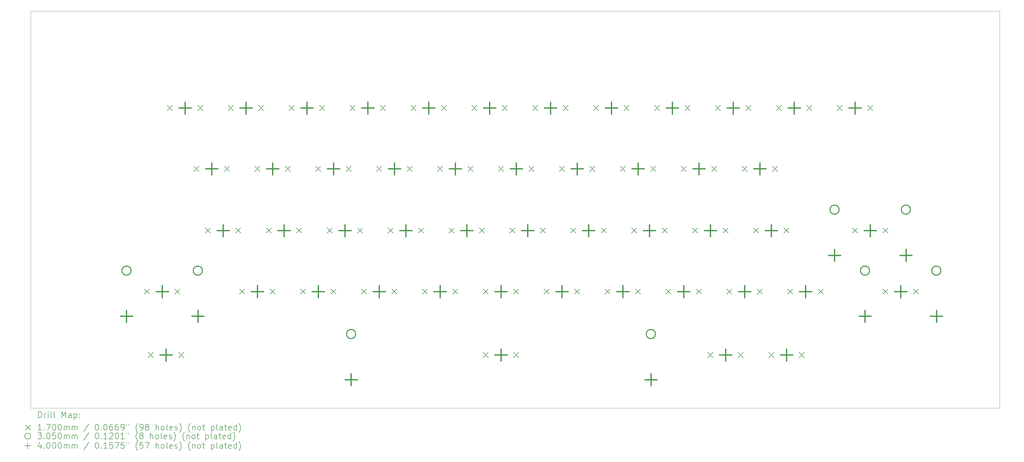
<source format=gbr>
%FSLAX45Y45*%
G04 Gerber Fmt 4.5, Leading zero omitted, Abs format (unit mm)*
G04 Created by KiCad (PCBNEW (6.0.1)) date 2022-07-30 17:19:56*
%MOMM*%
%LPD*%
G01*
G04 APERTURE LIST*
%TA.AperFunction,Profile*%
%ADD10C,0.100000*%
%TD*%
%ADD11C,0.200000*%
%ADD12C,0.170000*%
%ADD13C,0.305000*%
%ADD14C,0.400000*%
G04 APERTURE END LIST*
D10*
X4381500Y-9334500D02*
X36703000Y-9334500D01*
X36703000Y-9334500D02*
X36703000Y-22606000D01*
X36703000Y-22606000D02*
X4381500Y-22606000D01*
X4381500Y-22606000D02*
X4381500Y-9334500D01*
D11*
D12*
X8170000Y-18623000D02*
X8340000Y-18793000D01*
X8340000Y-18623000D02*
X8170000Y-18793000D01*
X8297000Y-20743000D02*
X8467000Y-20913000D01*
X8467000Y-20743000D02*
X8297000Y-20913000D01*
X8932000Y-12488000D02*
X9102000Y-12658000D01*
X9102000Y-12488000D02*
X8932000Y-12658000D01*
X9186000Y-18623000D02*
X9356000Y-18793000D01*
X9356000Y-18623000D02*
X9186000Y-18793000D01*
X9313000Y-20743000D02*
X9483000Y-20913000D01*
X9483000Y-20743000D02*
X9313000Y-20913000D01*
X9821000Y-14520000D02*
X9991000Y-14690000D01*
X9991000Y-14520000D02*
X9821000Y-14690000D01*
X9948000Y-12488000D02*
X10118000Y-12658000D01*
X10118000Y-12488000D02*
X9948000Y-12658000D01*
X10202000Y-16584000D02*
X10372000Y-16754000D01*
X10372000Y-16584000D02*
X10202000Y-16754000D01*
X10837000Y-14520000D02*
X11007000Y-14690000D01*
X11007000Y-14520000D02*
X10837000Y-14690000D01*
X10964000Y-12488000D02*
X11134000Y-12658000D01*
X11134000Y-12488000D02*
X10964000Y-12658000D01*
X11218000Y-16584000D02*
X11388000Y-16754000D01*
X11388000Y-16584000D02*
X11218000Y-16754000D01*
X11345000Y-18623000D02*
X11515000Y-18793000D01*
X11515000Y-18623000D02*
X11345000Y-18793000D01*
X11853000Y-14520000D02*
X12023000Y-14690000D01*
X12023000Y-14520000D02*
X11853000Y-14690000D01*
X11980000Y-12488000D02*
X12150000Y-12658000D01*
X12150000Y-12488000D02*
X11980000Y-12658000D01*
X12234000Y-16584000D02*
X12404000Y-16754000D01*
X12404000Y-16584000D02*
X12234000Y-16754000D01*
X12361000Y-18623000D02*
X12531000Y-18793000D01*
X12531000Y-18623000D02*
X12361000Y-18793000D01*
X12869000Y-14520000D02*
X13039000Y-14690000D01*
X13039000Y-14520000D02*
X12869000Y-14690000D01*
X12996000Y-12488000D02*
X13166000Y-12658000D01*
X13166000Y-12488000D02*
X12996000Y-12658000D01*
X13250000Y-16584000D02*
X13420000Y-16754000D01*
X13420000Y-16584000D02*
X13250000Y-16754000D01*
X13377000Y-18623000D02*
X13547000Y-18793000D01*
X13547000Y-18623000D02*
X13377000Y-18793000D01*
X13885000Y-14520000D02*
X14055000Y-14690000D01*
X14055000Y-14520000D02*
X13885000Y-14690000D01*
X14012000Y-12488000D02*
X14182000Y-12658000D01*
X14182000Y-12488000D02*
X14012000Y-12658000D01*
X14266000Y-16584000D02*
X14436000Y-16754000D01*
X14436000Y-16584000D02*
X14266000Y-16754000D01*
X14393000Y-18623000D02*
X14563000Y-18793000D01*
X14563000Y-18623000D02*
X14393000Y-18793000D01*
X14901000Y-14520000D02*
X15071000Y-14690000D01*
X15071000Y-14520000D02*
X14901000Y-14690000D01*
X15028000Y-12488000D02*
X15198000Y-12658000D01*
X15198000Y-12488000D02*
X15028000Y-12658000D01*
X15282000Y-16584000D02*
X15452000Y-16754000D01*
X15452000Y-16584000D02*
X15282000Y-16754000D01*
X15409000Y-18623000D02*
X15579000Y-18793000D01*
X15579000Y-18623000D02*
X15409000Y-18793000D01*
X15917000Y-14520000D02*
X16087000Y-14690000D01*
X16087000Y-14520000D02*
X15917000Y-14690000D01*
X16044000Y-12488000D02*
X16214000Y-12658000D01*
X16214000Y-12488000D02*
X16044000Y-12658000D01*
X16298000Y-16584000D02*
X16468000Y-16754000D01*
X16468000Y-16584000D02*
X16298000Y-16754000D01*
X16425000Y-18623000D02*
X16595000Y-18793000D01*
X16595000Y-18623000D02*
X16425000Y-18793000D01*
X16933000Y-14520000D02*
X17103000Y-14690000D01*
X17103000Y-14520000D02*
X16933000Y-14690000D01*
X17060000Y-12488000D02*
X17230000Y-12658000D01*
X17230000Y-12488000D02*
X17060000Y-12658000D01*
X17314000Y-16584000D02*
X17484000Y-16754000D01*
X17484000Y-16584000D02*
X17314000Y-16754000D01*
X17441000Y-18623000D02*
X17611000Y-18793000D01*
X17611000Y-18623000D02*
X17441000Y-18793000D01*
X17949000Y-14520000D02*
X18119000Y-14690000D01*
X18119000Y-14520000D02*
X17949000Y-14690000D01*
X18076000Y-12488000D02*
X18246000Y-12658000D01*
X18246000Y-12488000D02*
X18076000Y-12658000D01*
X18330000Y-16584000D02*
X18500000Y-16754000D01*
X18500000Y-16584000D02*
X18330000Y-16754000D01*
X18457000Y-18623000D02*
X18627000Y-18793000D01*
X18627000Y-18623000D02*
X18457000Y-18793000D01*
X18965000Y-14520000D02*
X19135000Y-14690000D01*
X19135000Y-14520000D02*
X18965000Y-14690000D01*
X19092000Y-12488000D02*
X19262000Y-12658000D01*
X19262000Y-12488000D02*
X19092000Y-12658000D01*
X19346000Y-16584000D02*
X19516000Y-16754000D01*
X19516000Y-16584000D02*
X19346000Y-16754000D01*
X19473000Y-18623000D02*
X19643000Y-18793000D01*
X19643000Y-18623000D02*
X19473000Y-18793000D01*
X19473000Y-20743000D02*
X19643000Y-20913000D01*
X19643000Y-20743000D02*
X19473000Y-20913000D01*
X19981000Y-14520000D02*
X20151000Y-14690000D01*
X20151000Y-14520000D02*
X19981000Y-14690000D01*
X20108000Y-12488000D02*
X20278000Y-12658000D01*
X20278000Y-12488000D02*
X20108000Y-12658000D01*
X20362000Y-16584000D02*
X20532000Y-16754000D01*
X20532000Y-16584000D02*
X20362000Y-16754000D01*
X20489000Y-18623000D02*
X20659000Y-18793000D01*
X20659000Y-18623000D02*
X20489000Y-18793000D01*
X20489000Y-20743000D02*
X20659000Y-20913000D01*
X20659000Y-20743000D02*
X20489000Y-20913000D01*
X20997000Y-14520000D02*
X21167000Y-14690000D01*
X21167000Y-14520000D02*
X20997000Y-14690000D01*
X21124000Y-12488000D02*
X21294000Y-12658000D01*
X21294000Y-12488000D02*
X21124000Y-12658000D01*
X21378000Y-16584000D02*
X21548000Y-16754000D01*
X21548000Y-16584000D02*
X21378000Y-16754000D01*
X21505000Y-18623000D02*
X21675000Y-18793000D01*
X21675000Y-18623000D02*
X21505000Y-18793000D01*
X22013000Y-14520000D02*
X22183000Y-14690000D01*
X22183000Y-14520000D02*
X22013000Y-14690000D01*
X22140000Y-12488000D02*
X22310000Y-12658000D01*
X22310000Y-12488000D02*
X22140000Y-12658000D01*
X22394000Y-16584000D02*
X22564000Y-16754000D01*
X22564000Y-16584000D02*
X22394000Y-16754000D01*
X22521000Y-18623000D02*
X22691000Y-18793000D01*
X22691000Y-18623000D02*
X22521000Y-18793000D01*
X23029000Y-14520000D02*
X23199000Y-14690000D01*
X23199000Y-14520000D02*
X23029000Y-14690000D01*
X23156000Y-12488000D02*
X23326000Y-12658000D01*
X23326000Y-12488000D02*
X23156000Y-12658000D01*
X23410000Y-16584000D02*
X23580000Y-16754000D01*
X23580000Y-16584000D02*
X23410000Y-16754000D01*
X23537000Y-18623000D02*
X23707000Y-18793000D01*
X23707000Y-18623000D02*
X23537000Y-18793000D01*
X24045000Y-14520000D02*
X24215000Y-14690000D01*
X24215000Y-14520000D02*
X24045000Y-14690000D01*
X24172000Y-12488000D02*
X24342000Y-12658000D01*
X24342000Y-12488000D02*
X24172000Y-12658000D01*
X24426000Y-16584000D02*
X24596000Y-16754000D01*
X24596000Y-16584000D02*
X24426000Y-16754000D01*
X24553000Y-18623000D02*
X24723000Y-18793000D01*
X24723000Y-18623000D02*
X24553000Y-18793000D01*
X25061000Y-14520000D02*
X25231000Y-14690000D01*
X25231000Y-14520000D02*
X25061000Y-14690000D01*
X25188000Y-12488000D02*
X25358000Y-12658000D01*
X25358000Y-12488000D02*
X25188000Y-12658000D01*
X25442000Y-16584000D02*
X25612000Y-16754000D01*
X25612000Y-16584000D02*
X25442000Y-16754000D01*
X25569000Y-18623000D02*
X25739000Y-18793000D01*
X25739000Y-18623000D02*
X25569000Y-18793000D01*
X26077000Y-14520000D02*
X26247000Y-14690000D01*
X26247000Y-14520000D02*
X26077000Y-14690000D01*
X26204000Y-12488000D02*
X26374000Y-12658000D01*
X26374000Y-12488000D02*
X26204000Y-12658000D01*
X26458000Y-16584000D02*
X26628000Y-16754000D01*
X26628000Y-16584000D02*
X26458000Y-16754000D01*
X26585000Y-18623000D02*
X26755000Y-18793000D01*
X26755000Y-18623000D02*
X26585000Y-18793000D01*
X26966000Y-20743000D02*
X27136000Y-20913000D01*
X27136000Y-20743000D02*
X26966000Y-20913000D01*
X27093000Y-14520000D02*
X27263000Y-14690000D01*
X27263000Y-14520000D02*
X27093000Y-14690000D01*
X27220000Y-12488000D02*
X27390000Y-12658000D01*
X27390000Y-12488000D02*
X27220000Y-12658000D01*
X27474000Y-16584000D02*
X27644000Y-16754000D01*
X27644000Y-16584000D02*
X27474000Y-16754000D01*
X27601000Y-18623000D02*
X27771000Y-18793000D01*
X27771000Y-18623000D02*
X27601000Y-18793000D01*
X27982000Y-20743000D02*
X28152000Y-20913000D01*
X28152000Y-20743000D02*
X27982000Y-20913000D01*
X28109000Y-14520000D02*
X28279000Y-14690000D01*
X28279000Y-14520000D02*
X28109000Y-14690000D01*
X28236000Y-12488000D02*
X28406000Y-12658000D01*
X28406000Y-12488000D02*
X28236000Y-12658000D01*
X28490000Y-16584000D02*
X28660000Y-16754000D01*
X28660000Y-16584000D02*
X28490000Y-16754000D01*
X28617000Y-18623000D02*
X28787000Y-18793000D01*
X28787000Y-18623000D02*
X28617000Y-18793000D01*
X28998000Y-20743000D02*
X29168000Y-20913000D01*
X29168000Y-20743000D02*
X28998000Y-20913000D01*
X29125000Y-14520000D02*
X29295000Y-14690000D01*
X29295000Y-14520000D02*
X29125000Y-14690000D01*
X29252000Y-12488000D02*
X29422000Y-12658000D01*
X29422000Y-12488000D02*
X29252000Y-12658000D01*
X29506000Y-16584000D02*
X29676000Y-16754000D01*
X29676000Y-16584000D02*
X29506000Y-16754000D01*
X29633000Y-18623000D02*
X29803000Y-18793000D01*
X29803000Y-18623000D02*
X29633000Y-18793000D01*
X30014000Y-20743000D02*
X30184000Y-20913000D01*
X30184000Y-20743000D02*
X30014000Y-20913000D01*
X30268000Y-12488000D02*
X30438000Y-12658000D01*
X30438000Y-12488000D02*
X30268000Y-12658000D01*
X30649000Y-18623000D02*
X30819000Y-18793000D01*
X30819000Y-18623000D02*
X30649000Y-18793000D01*
X31284000Y-12488000D02*
X31454000Y-12658000D01*
X31454000Y-12488000D02*
X31284000Y-12658000D01*
X31792000Y-16584000D02*
X31962000Y-16754000D01*
X31962000Y-16584000D02*
X31792000Y-16754000D01*
X32300000Y-12488000D02*
X32470000Y-12658000D01*
X32470000Y-12488000D02*
X32300000Y-12658000D01*
X32808000Y-16584000D02*
X32978000Y-16754000D01*
X32978000Y-16584000D02*
X32808000Y-16754000D01*
X32808000Y-18623000D02*
X32978000Y-18793000D01*
X32978000Y-18623000D02*
X32808000Y-18793000D01*
X33824000Y-18623000D02*
X33994000Y-18793000D01*
X33994000Y-18623000D02*
X33824000Y-18793000D01*
D13*
X7725500Y-18008000D02*
G75*
G03*
X7725500Y-18008000I-152500J0D01*
G01*
X10105500Y-18008000D02*
G75*
G03*
X10105500Y-18008000I-152500J0D01*
G01*
X15218500Y-20128000D02*
G75*
G03*
X15218500Y-20128000I-152500J0D01*
G01*
X25218500Y-20128000D02*
G75*
G03*
X25218500Y-20128000I-152500J0D01*
G01*
X31347500Y-15969000D02*
G75*
G03*
X31347500Y-15969000I-152500J0D01*
G01*
X32363500Y-18008000D02*
G75*
G03*
X32363500Y-18008000I-152500J0D01*
G01*
X33727500Y-15969000D02*
G75*
G03*
X33727500Y-15969000I-152500J0D01*
G01*
X34743500Y-18008000D02*
G75*
G03*
X34743500Y-18008000I-152500J0D01*
G01*
D14*
X7573000Y-19332000D02*
X7573000Y-19732000D01*
X7373000Y-19532000D02*
X7773000Y-19532000D01*
X8763000Y-18508000D02*
X8763000Y-18908000D01*
X8563000Y-18708000D02*
X8963000Y-18708000D01*
X8890000Y-20628000D02*
X8890000Y-21028000D01*
X8690000Y-20828000D02*
X9090000Y-20828000D01*
X9525000Y-12373000D02*
X9525000Y-12773000D01*
X9325000Y-12573000D02*
X9725000Y-12573000D01*
X9953000Y-19332000D02*
X9953000Y-19732000D01*
X9753000Y-19532000D02*
X10153000Y-19532000D01*
X10414000Y-14405000D02*
X10414000Y-14805000D01*
X10214000Y-14605000D02*
X10614000Y-14605000D01*
X10795000Y-16469000D02*
X10795000Y-16869000D01*
X10595000Y-16669000D02*
X10995000Y-16669000D01*
X11557000Y-12373000D02*
X11557000Y-12773000D01*
X11357000Y-12573000D02*
X11757000Y-12573000D01*
X11938000Y-18508000D02*
X11938000Y-18908000D01*
X11738000Y-18708000D02*
X12138000Y-18708000D01*
X12446000Y-14405000D02*
X12446000Y-14805000D01*
X12246000Y-14605000D02*
X12646000Y-14605000D01*
X12827000Y-16469000D02*
X12827000Y-16869000D01*
X12627000Y-16669000D02*
X13027000Y-16669000D01*
X13589000Y-12373000D02*
X13589000Y-12773000D01*
X13389000Y-12573000D02*
X13789000Y-12573000D01*
X13970000Y-18508000D02*
X13970000Y-18908000D01*
X13770000Y-18708000D02*
X14170000Y-18708000D01*
X14478000Y-14405000D02*
X14478000Y-14805000D01*
X14278000Y-14605000D02*
X14678000Y-14605000D01*
X14859000Y-16469000D02*
X14859000Y-16869000D01*
X14659000Y-16669000D02*
X15059000Y-16669000D01*
X15066000Y-21452000D02*
X15066000Y-21852000D01*
X14866000Y-21652000D02*
X15266000Y-21652000D01*
X15621000Y-12373000D02*
X15621000Y-12773000D01*
X15421000Y-12573000D02*
X15821000Y-12573000D01*
X16002000Y-18508000D02*
X16002000Y-18908000D01*
X15802000Y-18708000D02*
X16202000Y-18708000D01*
X16510000Y-14405000D02*
X16510000Y-14805000D01*
X16310000Y-14605000D02*
X16710000Y-14605000D01*
X16891000Y-16469000D02*
X16891000Y-16869000D01*
X16691000Y-16669000D02*
X17091000Y-16669000D01*
X17653000Y-12373000D02*
X17653000Y-12773000D01*
X17453000Y-12573000D02*
X17853000Y-12573000D01*
X18034000Y-18508000D02*
X18034000Y-18908000D01*
X17834000Y-18708000D02*
X18234000Y-18708000D01*
X18542000Y-14405000D02*
X18542000Y-14805000D01*
X18342000Y-14605000D02*
X18742000Y-14605000D01*
X18923000Y-16469000D02*
X18923000Y-16869000D01*
X18723000Y-16669000D02*
X19123000Y-16669000D01*
X19685000Y-12373000D02*
X19685000Y-12773000D01*
X19485000Y-12573000D02*
X19885000Y-12573000D01*
X20066000Y-18508000D02*
X20066000Y-18908000D01*
X19866000Y-18708000D02*
X20266000Y-18708000D01*
X20066000Y-20628000D02*
X20066000Y-21028000D01*
X19866000Y-20828000D02*
X20266000Y-20828000D01*
X20574000Y-14405000D02*
X20574000Y-14805000D01*
X20374000Y-14605000D02*
X20774000Y-14605000D01*
X20955000Y-16469000D02*
X20955000Y-16869000D01*
X20755000Y-16669000D02*
X21155000Y-16669000D01*
X21717000Y-12373000D02*
X21717000Y-12773000D01*
X21517000Y-12573000D02*
X21917000Y-12573000D01*
X22098000Y-18508000D02*
X22098000Y-18908000D01*
X21898000Y-18708000D02*
X22298000Y-18708000D01*
X22606000Y-14405000D02*
X22606000Y-14805000D01*
X22406000Y-14605000D02*
X22806000Y-14605000D01*
X22987000Y-16469000D02*
X22987000Y-16869000D01*
X22787000Y-16669000D02*
X23187000Y-16669000D01*
X23749000Y-12373000D02*
X23749000Y-12773000D01*
X23549000Y-12573000D02*
X23949000Y-12573000D01*
X24130000Y-18508000D02*
X24130000Y-18908000D01*
X23930000Y-18708000D02*
X24330000Y-18708000D01*
X24638000Y-14405000D02*
X24638000Y-14805000D01*
X24438000Y-14605000D02*
X24838000Y-14605000D01*
X25019000Y-16469000D02*
X25019000Y-16869000D01*
X24819000Y-16669000D02*
X25219000Y-16669000D01*
X25066000Y-21452000D02*
X25066000Y-21852000D01*
X24866000Y-21652000D02*
X25266000Y-21652000D01*
X25781000Y-12373000D02*
X25781000Y-12773000D01*
X25581000Y-12573000D02*
X25981000Y-12573000D01*
X26162000Y-18508000D02*
X26162000Y-18908000D01*
X25962000Y-18708000D02*
X26362000Y-18708000D01*
X26670000Y-14405000D02*
X26670000Y-14805000D01*
X26470000Y-14605000D02*
X26870000Y-14605000D01*
X27051000Y-16469000D02*
X27051000Y-16869000D01*
X26851000Y-16669000D02*
X27251000Y-16669000D01*
X27559000Y-20628000D02*
X27559000Y-21028000D01*
X27359000Y-20828000D02*
X27759000Y-20828000D01*
X27813000Y-12373000D02*
X27813000Y-12773000D01*
X27613000Y-12573000D02*
X28013000Y-12573000D01*
X28194000Y-18508000D02*
X28194000Y-18908000D01*
X27994000Y-18708000D02*
X28394000Y-18708000D01*
X28702000Y-14405000D02*
X28702000Y-14805000D01*
X28502000Y-14605000D02*
X28902000Y-14605000D01*
X29083000Y-16469000D02*
X29083000Y-16869000D01*
X28883000Y-16669000D02*
X29283000Y-16669000D01*
X29591000Y-20628000D02*
X29591000Y-21028000D01*
X29391000Y-20828000D02*
X29791000Y-20828000D01*
X29845000Y-12373000D02*
X29845000Y-12773000D01*
X29645000Y-12573000D02*
X30045000Y-12573000D01*
X30226000Y-18508000D02*
X30226000Y-18908000D01*
X30026000Y-18708000D02*
X30426000Y-18708000D01*
X31195000Y-17293000D02*
X31195000Y-17693000D01*
X30995000Y-17493000D02*
X31395000Y-17493000D01*
X31877000Y-12373000D02*
X31877000Y-12773000D01*
X31677000Y-12573000D02*
X32077000Y-12573000D01*
X32211000Y-19332000D02*
X32211000Y-19732000D01*
X32011000Y-19532000D02*
X32411000Y-19532000D01*
X32385000Y-16469000D02*
X32385000Y-16869000D01*
X32185000Y-16669000D02*
X32585000Y-16669000D01*
X33401000Y-18508000D02*
X33401000Y-18908000D01*
X33201000Y-18708000D02*
X33601000Y-18708000D01*
X33575000Y-17293000D02*
X33575000Y-17693000D01*
X33375000Y-17493000D02*
X33775000Y-17493000D01*
X34591000Y-19332000D02*
X34591000Y-19732000D01*
X34391000Y-19532000D02*
X34791000Y-19532000D01*
D11*
X4634119Y-22921476D02*
X4634119Y-22721476D01*
X4681738Y-22721476D01*
X4710310Y-22731000D01*
X4729357Y-22750048D01*
X4738881Y-22769095D01*
X4748405Y-22807190D01*
X4748405Y-22835762D01*
X4738881Y-22873857D01*
X4729357Y-22892905D01*
X4710310Y-22911952D01*
X4681738Y-22921476D01*
X4634119Y-22921476D01*
X4834119Y-22921476D02*
X4834119Y-22788143D01*
X4834119Y-22826238D02*
X4843643Y-22807190D01*
X4853167Y-22797667D01*
X4872214Y-22788143D01*
X4891262Y-22788143D01*
X4957929Y-22921476D02*
X4957929Y-22788143D01*
X4957929Y-22721476D02*
X4948405Y-22731000D01*
X4957929Y-22740524D01*
X4967452Y-22731000D01*
X4957929Y-22721476D01*
X4957929Y-22740524D01*
X5081738Y-22921476D02*
X5062690Y-22911952D01*
X5053167Y-22892905D01*
X5053167Y-22721476D01*
X5186500Y-22921476D02*
X5167452Y-22911952D01*
X5157929Y-22892905D01*
X5157929Y-22721476D01*
X5415071Y-22921476D02*
X5415071Y-22721476D01*
X5481738Y-22864333D01*
X5548405Y-22721476D01*
X5548405Y-22921476D01*
X5729357Y-22921476D02*
X5729357Y-22816714D01*
X5719833Y-22797667D01*
X5700786Y-22788143D01*
X5662690Y-22788143D01*
X5643643Y-22797667D01*
X5729357Y-22911952D02*
X5710309Y-22921476D01*
X5662690Y-22921476D01*
X5643643Y-22911952D01*
X5634119Y-22892905D01*
X5634119Y-22873857D01*
X5643643Y-22854809D01*
X5662690Y-22845286D01*
X5710309Y-22845286D01*
X5729357Y-22835762D01*
X5824595Y-22788143D02*
X5824595Y-22988143D01*
X5824595Y-22797667D02*
X5843643Y-22788143D01*
X5881738Y-22788143D01*
X5900786Y-22797667D01*
X5910309Y-22807190D01*
X5919833Y-22826238D01*
X5919833Y-22883381D01*
X5910309Y-22902428D01*
X5900786Y-22911952D01*
X5881738Y-22921476D01*
X5843643Y-22921476D01*
X5824595Y-22911952D01*
X6005548Y-22902428D02*
X6015071Y-22911952D01*
X6005548Y-22921476D01*
X5996024Y-22911952D01*
X6005548Y-22902428D01*
X6005548Y-22921476D01*
X6005548Y-22797667D02*
X6015071Y-22807190D01*
X6005548Y-22816714D01*
X5996024Y-22807190D01*
X6005548Y-22797667D01*
X6005548Y-22816714D01*
D12*
X4206500Y-23166000D02*
X4376500Y-23336000D01*
X4376500Y-23166000D02*
X4206500Y-23336000D01*
D11*
X4738881Y-23341476D02*
X4624595Y-23341476D01*
X4681738Y-23341476D02*
X4681738Y-23141476D01*
X4662690Y-23170048D01*
X4643643Y-23189095D01*
X4624595Y-23198619D01*
X4824595Y-23322428D02*
X4834119Y-23331952D01*
X4824595Y-23341476D01*
X4815071Y-23331952D01*
X4824595Y-23322428D01*
X4824595Y-23341476D01*
X4900786Y-23141476D02*
X5034119Y-23141476D01*
X4948405Y-23341476D01*
X5148405Y-23141476D02*
X5167452Y-23141476D01*
X5186500Y-23151000D01*
X5196024Y-23160524D01*
X5205548Y-23179571D01*
X5215071Y-23217667D01*
X5215071Y-23265286D01*
X5205548Y-23303381D01*
X5196024Y-23322428D01*
X5186500Y-23331952D01*
X5167452Y-23341476D01*
X5148405Y-23341476D01*
X5129357Y-23331952D01*
X5119833Y-23322428D01*
X5110310Y-23303381D01*
X5100786Y-23265286D01*
X5100786Y-23217667D01*
X5110310Y-23179571D01*
X5119833Y-23160524D01*
X5129357Y-23151000D01*
X5148405Y-23141476D01*
X5338881Y-23141476D02*
X5357929Y-23141476D01*
X5376976Y-23151000D01*
X5386500Y-23160524D01*
X5396024Y-23179571D01*
X5405548Y-23217667D01*
X5405548Y-23265286D01*
X5396024Y-23303381D01*
X5386500Y-23322428D01*
X5376976Y-23331952D01*
X5357929Y-23341476D01*
X5338881Y-23341476D01*
X5319833Y-23331952D01*
X5310310Y-23322428D01*
X5300786Y-23303381D01*
X5291262Y-23265286D01*
X5291262Y-23217667D01*
X5300786Y-23179571D01*
X5310310Y-23160524D01*
X5319833Y-23151000D01*
X5338881Y-23141476D01*
X5491262Y-23341476D02*
X5491262Y-23208143D01*
X5491262Y-23227190D02*
X5500786Y-23217667D01*
X5519833Y-23208143D01*
X5548405Y-23208143D01*
X5567452Y-23217667D01*
X5576976Y-23236714D01*
X5576976Y-23341476D01*
X5576976Y-23236714D02*
X5586500Y-23217667D01*
X5605548Y-23208143D01*
X5634119Y-23208143D01*
X5653167Y-23217667D01*
X5662690Y-23236714D01*
X5662690Y-23341476D01*
X5757928Y-23341476D02*
X5757928Y-23208143D01*
X5757928Y-23227190D02*
X5767452Y-23217667D01*
X5786500Y-23208143D01*
X5815071Y-23208143D01*
X5834119Y-23217667D01*
X5843643Y-23236714D01*
X5843643Y-23341476D01*
X5843643Y-23236714D02*
X5853167Y-23217667D01*
X5872214Y-23208143D01*
X5900786Y-23208143D01*
X5919833Y-23217667D01*
X5929357Y-23236714D01*
X5929357Y-23341476D01*
X6319833Y-23131952D02*
X6148405Y-23389095D01*
X6576976Y-23141476D02*
X6596024Y-23141476D01*
X6615071Y-23151000D01*
X6624595Y-23160524D01*
X6634119Y-23179571D01*
X6643643Y-23217667D01*
X6643643Y-23265286D01*
X6634119Y-23303381D01*
X6624595Y-23322428D01*
X6615071Y-23331952D01*
X6596024Y-23341476D01*
X6576976Y-23341476D01*
X6557928Y-23331952D01*
X6548405Y-23322428D01*
X6538881Y-23303381D01*
X6529357Y-23265286D01*
X6529357Y-23217667D01*
X6538881Y-23179571D01*
X6548405Y-23160524D01*
X6557928Y-23151000D01*
X6576976Y-23141476D01*
X6729357Y-23322428D02*
X6738881Y-23331952D01*
X6729357Y-23341476D01*
X6719833Y-23331952D01*
X6729357Y-23322428D01*
X6729357Y-23341476D01*
X6862690Y-23141476D02*
X6881738Y-23141476D01*
X6900786Y-23151000D01*
X6910309Y-23160524D01*
X6919833Y-23179571D01*
X6929357Y-23217667D01*
X6929357Y-23265286D01*
X6919833Y-23303381D01*
X6910309Y-23322428D01*
X6900786Y-23331952D01*
X6881738Y-23341476D01*
X6862690Y-23341476D01*
X6843643Y-23331952D01*
X6834119Y-23322428D01*
X6824595Y-23303381D01*
X6815071Y-23265286D01*
X6815071Y-23217667D01*
X6824595Y-23179571D01*
X6834119Y-23160524D01*
X6843643Y-23151000D01*
X6862690Y-23141476D01*
X7100786Y-23141476D02*
X7062690Y-23141476D01*
X7043643Y-23151000D01*
X7034119Y-23160524D01*
X7015071Y-23189095D01*
X7005548Y-23227190D01*
X7005548Y-23303381D01*
X7015071Y-23322428D01*
X7024595Y-23331952D01*
X7043643Y-23341476D01*
X7081738Y-23341476D01*
X7100786Y-23331952D01*
X7110309Y-23322428D01*
X7119833Y-23303381D01*
X7119833Y-23255762D01*
X7110309Y-23236714D01*
X7100786Y-23227190D01*
X7081738Y-23217667D01*
X7043643Y-23217667D01*
X7024595Y-23227190D01*
X7015071Y-23236714D01*
X7005548Y-23255762D01*
X7291262Y-23141476D02*
X7253167Y-23141476D01*
X7234119Y-23151000D01*
X7224595Y-23160524D01*
X7205548Y-23189095D01*
X7196024Y-23227190D01*
X7196024Y-23303381D01*
X7205548Y-23322428D01*
X7215071Y-23331952D01*
X7234119Y-23341476D01*
X7272214Y-23341476D01*
X7291262Y-23331952D01*
X7300786Y-23322428D01*
X7310309Y-23303381D01*
X7310309Y-23255762D01*
X7300786Y-23236714D01*
X7291262Y-23227190D01*
X7272214Y-23217667D01*
X7234119Y-23217667D01*
X7215071Y-23227190D01*
X7205548Y-23236714D01*
X7196024Y-23255762D01*
X7405548Y-23341476D02*
X7443643Y-23341476D01*
X7462690Y-23331952D01*
X7472214Y-23322428D01*
X7491262Y-23293857D01*
X7500786Y-23255762D01*
X7500786Y-23179571D01*
X7491262Y-23160524D01*
X7481738Y-23151000D01*
X7462690Y-23141476D01*
X7424595Y-23141476D01*
X7405548Y-23151000D01*
X7396024Y-23160524D01*
X7386500Y-23179571D01*
X7386500Y-23227190D01*
X7396024Y-23246238D01*
X7405548Y-23255762D01*
X7424595Y-23265286D01*
X7462690Y-23265286D01*
X7481738Y-23255762D01*
X7491262Y-23246238D01*
X7500786Y-23227190D01*
X7576976Y-23141476D02*
X7576976Y-23179571D01*
X7653167Y-23141476D02*
X7653167Y-23179571D01*
X7948405Y-23417667D02*
X7938881Y-23408143D01*
X7919833Y-23379571D01*
X7910309Y-23360524D01*
X7900786Y-23331952D01*
X7891262Y-23284333D01*
X7891262Y-23246238D01*
X7900786Y-23198619D01*
X7910309Y-23170048D01*
X7919833Y-23151000D01*
X7938881Y-23122428D01*
X7948405Y-23112905D01*
X8034119Y-23341476D02*
X8072214Y-23341476D01*
X8091262Y-23331952D01*
X8100786Y-23322428D01*
X8119833Y-23293857D01*
X8129357Y-23255762D01*
X8129357Y-23179571D01*
X8119833Y-23160524D01*
X8110309Y-23151000D01*
X8091262Y-23141476D01*
X8053167Y-23141476D01*
X8034119Y-23151000D01*
X8024595Y-23160524D01*
X8015071Y-23179571D01*
X8015071Y-23227190D01*
X8024595Y-23246238D01*
X8034119Y-23255762D01*
X8053167Y-23265286D01*
X8091262Y-23265286D01*
X8110309Y-23255762D01*
X8119833Y-23246238D01*
X8129357Y-23227190D01*
X8243643Y-23227190D02*
X8224595Y-23217667D01*
X8215071Y-23208143D01*
X8205548Y-23189095D01*
X8205548Y-23179571D01*
X8215071Y-23160524D01*
X8224595Y-23151000D01*
X8243643Y-23141476D01*
X8281738Y-23141476D01*
X8300786Y-23151000D01*
X8310309Y-23160524D01*
X8319833Y-23179571D01*
X8319833Y-23189095D01*
X8310309Y-23208143D01*
X8300786Y-23217667D01*
X8281738Y-23227190D01*
X8243643Y-23227190D01*
X8224595Y-23236714D01*
X8215071Y-23246238D01*
X8205548Y-23265286D01*
X8205548Y-23303381D01*
X8215071Y-23322428D01*
X8224595Y-23331952D01*
X8243643Y-23341476D01*
X8281738Y-23341476D01*
X8300786Y-23331952D01*
X8310309Y-23322428D01*
X8319833Y-23303381D01*
X8319833Y-23265286D01*
X8310309Y-23246238D01*
X8300786Y-23236714D01*
X8281738Y-23227190D01*
X8557929Y-23341476D02*
X8557929Y-23141476D01*
X8643643Y-23341476D02*
X8643643Y-23236714D01*
X8634119Y-23217667D01*
X8615071Y-23208143D01*
X8586500Y-23208143D01*
X8567452Y-23217667D01*
X8557929Y-23227190D01*
X8767452Y-23341476D02*
X8748405Y-23331952D01*
X8738881Y-23322428D01*
X8729357Y-23303381D01*
X8729357Y-23246238D01*
X8738881Y-23227190D01*
X8748405Y-23217667D01*
X8767452Y-23208143D01*
X8796024Y-23208143D01*
X8815071Y-23217667D01*
X8824595Y-23227190D01*
X8834119Y-23246238D01*
X8834119Y-23303381D01*
X8824595Y-23322428D01*
X8815071Y-23331952D01*
X8796024Y-23341476D01*
X8767452Y-23341476D01*
X8948405Y-23341476D02*
X8929357Y-23331952D01*
X8919833Y-23312905D01*
X8919833Y-23141476D01*
X9100786Y-23331952D02*
X9081738Y-23341476D01*
X9043643Y-23341476D01*
X9024595Y-23331952D01*
X9015071Y-23312905D01*
X9015071Y-23236714D01*
X9024595Y-23217667D01*
X9043643Y-23208143D01*
X9081738Y-23208143D01*
X9100786Y-23217667D01*
X9110310Y-23236714D01*
X9110310Y-23255762D01*
X9015071Y-23274809D01*
X9186500Y-23331952D02*
X9205548Y-23341476D01*
X9243643Y-23341476D01*
X9262690Y-23331952D01*
X9272214Y-23312905D01*
X9272214Y-23303381D01*
X9262690Y-23284333D01*
X9243643Y-23274809D01*
X9215071Y-23274809D01*
X9196024Y-23265286D01*
X9186500Y-23246238D01*
X9186500Y-23236714D01*
X9196024Y-23217667D01*
X9215071Y-23208143D01*
X9243643Y-23208143D01*
X9262690Y-23217667D01*
X9338881Y-23417667D02*
X9348405Y-23408143D01*
X9367452Y-23379571D01*
X9376976Y-23360524D01*
X9386500Y-23331952D01*
X9396024Y-23284333D01*
X9396024Y-23246238D01*
X9386500Y-23198619D01*
X9376976Y-23170048D01*
X9367452Y-23151000D01*
X9348405Y-23122428D01*
X9338881Y-23112905D01*
X9700786Y-23417667D02*
X9691262Y-23408143D01*
X9672214Y-23379571D01*
X9662690Y-23360524D01*
X9653167Y-23331952D01*
X9643643Y-23284333D01*
X9643643Y-23246238D01*
X9653167Y-23198619D01*
X9662690Y-23170048D01*
X9672214Y-23151000D01*
X9691262Y-23122428D01*
X9700786Y-23112905D01*
X9776976Y-23208143D02*
X9776976Y-23341476D01*
X9776976Y-23227190D02*
X9786500Y-23217667D01*
X9805548Y-23208143D01*
X9834119Y-23208143D01*
X9853167Y-23217667D01*
X9862690Y-23236714D01*
X9862690Y-23341476D01*
X9986500Y-23341476D02*
X9967452Y-23331952D01*
X9957929Y-23322428D01*
X9948405Y-23303381D01*
X9948405Y-23246238D01*
X9957929Y-23227190D01*
X9967452Y-23217667D01*
X9986500Y-23208143D01*
X10015071Y-23208143D01*
X10034119Y-23217667D01*
X10043643Y-23227190D01*
X10053167Y-23246238D01*
X10053167Y-23303381D01*
X10043643Y-23322428D01*
X10034119Y-23331952D01*
X10015071Y-23341476D01*
X9986500Y-23341476D01*
X10110310Y-23208143D02*
X10186500Y-23208143D01*
X10138881Y-23141476D02*
X10138881Y-23312905D01*
X10148405Y-23331952D01*
X10167452Y-23341476D01*
X10186500Y-23341476D01*
X10405548Y-23208143D02*
X10405548Y-23408143D01*
X10405548Y-23217667D02*
X10424595Y-23208143D01*
X10462690Y-23208143D01*
X10481738Y-23217667D01*
X10491262Y-23227190D01*
X10500786Y-23246238D01*
X10500786Y-23303381D01*
X10491262Y-23322428D01*
X10481738Y-23331952D01*
X10462690Y-23341476D01*
X10424595Y-23341476D01*
X10405548Y-23331952D01*
X10615071Y-23341476D02*
X10596024Y-23331952D01*
X10586500Y-23312905D01*
X10586500Y-23141476D01*
X10776976Y-23341476D02*
X10776976Y-23236714D01*
X10767452Y-23217667D01*
X10748405Y-23208143D01*
X10710310Y-23208143D01*
X10691262Y-23217667D01*
X10776976Y-23331952D02*
X10757929Y-23341476D01*
X10710310Y-23341476D01*
X10691262Y-23331952D01*
X10681738Y-23312905D01*
X10681738Y-23293857D01*
X10691262Y-23274809D01*
X10710310Y-23265286D01*
X10757929Y-23265286D01*
X10776976Y-23255762D01*
X10843643Y-23208143D02*
X10919833Y-23208143D01*
X10872214Y-23141476D02*
X10872214Y-23312905D01*
X10881738Y-23331952D01*
X10900786Y-23341476D01*
X10919833Y-23341476D01*
X11062690Y-23331952D02*
X11043643Y-23341476D01*
X11005548Y-23341476D01*
X10986500Y-23331952D01*
X10976976Y-23312905D01*
X10976976Y-23236714D01*
X10986500Y-23217667D01*
X11005548Y-23208143D01*
X11043643Y-23208143D01*
X11062690Y-23217667D01*
X11072214Y-23236714D01*
X11072214Y-23255762D01*
X10976976Y-23274809D01*
X11243643Y-23341476D02*
X11243643Y-23141476D01*
X11243643Y-23331952D02*
X11224595Y-23341476D01*
X11186500Y-23341476D01*
X11167452Y-23331952D01*
X11157929Y-23322428D01*
X11148405Y-23303381D01*
X11148405Y-23246238D01*
X11157929Y-23227190D01*
X11167452Y-23217667D01*
X11186500Y-23208143D01*
X11224595Y-23208143D01*
X11243643Y-23217667D01*
X11319833Y-23417667D02*
X11329357Y-23408143D01*
X11348405Y-23379571D01*
X11357928Y-23360524D01*
X11367452Y-23331952D01*
X11376976Y-23284333D01*
X11376976Y-23246238D01*
X11367452Y-23198619D01*
X11357928Y-23170048D01*
X11348405Y-23151000D01*
X11329357Y-23122428D01*
X11319833Y-23112905D01*
X4376500Y-23541000D02*
G75*
G03*
X4376500Y-23541000I-100000J0D01*
G01*
X4615071Y-23431476D02*
X4738881Y-23431476D01*
X4672214Y-23507667D01*
X4700786Y-23507667D01*
X4719833Y-23517190D01*
X4729357Y-23526714D01*
X4738881Y-23545762D01*
X4738881Y-23593381D01*
X4729357Y-23612428D01*
X4719833Y-23621952D01*
X4700786Y-23631476D01*
X4643643Y-23631476D01*
X4624595Y-23621952D01*
X4615071Y-23612428D01*
X4824595Y-23612428D02*
X4834119Y-23621952D01*
X4824595Y-23631476D01*
X4815071Y-23621952D01*
X4824595Y-23612428D01*
X4824595Y-23631476D01*
X4957929Y-23431476D02*
X4976976Y-23431476D01*
X4996024Y-23441000D01*
X5005548Y-23450524D01*
X5015071Y-23469571D01*
X5024595Y-23507667D01*
X5024595Y-23555286D01*
X5015071Y-23593381D01*
X5005548Y-23612428D01*
X4996024Y-23621952D01*
X4976976Y-23631476D01*
X4957929Y-23631476D01*
X4938881Y-23621952D01*
X4929357Y-23612428D01*
X4919833Y-23593381D01*
X4910310Y-23555286D01*
X4910310Y-23507667D01*
X4919833Y-23469571D01*
X4929357Y-23450524D01*
X4938881Y-23441000D01*
X4957929Y-23431476D01*
X5205548Y-23431476D02*
X5110310Y-23431476D01*
X5100786Y-23526714D01*
X5110310Y-23517190D01*
X5129357Y-23507667D01*
X5176976Y-23507667D01*
X5196024Y-23517190D01*
X5205548Y-23526714D01*
X5215071Y-23545762D01*
X5215071Y-23593381D01*
X5205548Y-23612428D01*
X5196024Y-23621952D01*
X5176976Y-23631476D01*
X5129357Y-23631476D01*
X5110310Y-23621952D01*
X5100786Y-23612428D01*
X5338881Y-23431476D02*
X5357929Y-23431476D01*
X5376976Y-23441000D01*
X5386500Y-23450524D01*
X5396024Y-23469571D01*
X5405548Y-23507667D01*
X5405548Y-23555286D01*
X5396024Y-23593381D01*
X5386500Y-23612428D01*
X5376976Y-23621952D01*
X5357929Y-23631476D01*
X5338881Y-23631476D01*
X5319833Y-23621952D01*
X5310310Y-23612428D01*
X5300786Y-23593381D01*
X5291262Y-23555286D01*
X5291262Y-23507667D01*
X5300786Y-23469571D01*
X5310310Y-23450524D01*
X5319833Y-23441000D01*
X5338881Y-23431476D01*
X5491262Y-23631476D02*
X5491262Y-23498143D01*
X5491262Y-23517190D02*
X5500786Y-23507667D01*
X5519833Y-23498143D01*
X5548405Y-23498143D01*
X5567452Y-23507667D01*
X5576976Y-23526714D01*
X5576976Y-23631476D01*
X5576976Y-23526714D02*
X5586500Y-23507667D01*
X5605548Y-23498143D01*
X5634119Y-23498143D01*
X5653167Y-23507667D01*
X5662690Y-23526714D01*
X5662690Y-23631476D01*
X5757928Y-23631476D02*
X5757928Y-23498143D01*
X5757928Y-23517190D02*
X5767452Y-23507667D01*
X5786500Y-23498143D01*
X5815071Y-23498143D01*
X5834119Y-23507667D01*
X5843643Y-23526714D01*
X5843643Y-23631476D01*
X5843643Y-23526714D02*
X5853167Y-23507667D01*
X5872214Y-23498143D01*
X5900786Y-23498143D01*
X5919833Y-23507667D01*
X5929357Y-23526714D01*
X5929357Y-23631476D01*
X6319833Y-23421952D02*
X6148405Y-23679095D01*
X6576976Y-23431476D02*
X6596024Y-23431476D01*
X6615071Y-23441000D01*
X6624595Y-23450524D01*
X6634119Y-23469571D01*
X6643643Y-23507667D01*
X6643643Y-23555286D01*
X6634119Y-23593381D01*
X6624595Y-23612428D01*
X6615071Y-23621952D01*
X6596024Y-23631476D01*
X6576976Y-23631476D01*
X6557928Y-23621952D01*
X6548405Y-23612428D01*
X6538881Y-23593381D01*
X6529357Y-23555286D01*
X6529357Y-23507667D01*
X6538881Y-23469571D01*
X6548405Y-23450524D01*
X6557928Y-23441000D01*
X6576976Y-23431476D01*
X6729357Y-23612428D02*
X6738881Y-23621952D01*
X6729357Y-23631476D01*
X6719833Y-23621952D01*
X6729357Y-23612428D01*
X6729357Y-23631476D01*
X6929357Y-23631476D02*
X6815071Y-23631476D01*
X6872214Y-23631476D02*
X6872214Y-23431476D01*
X6853167Y-23460048D01*
X6834119Y-23479095D01*
X6815071Y-23488619D01*
X7005548Y-23450524D02*
X7015071Y-23441000D01*
X7034119Y-23431476D01*
X7081738Y-23431476D01*
X7100786Y-23441000D01*
X7110309Y-23450524D01*
X7119833Y-23469571D01*
X7119833Y-23488619D01*
X7110309Y-23517190D01*
X6996024Y-23631476D01*
X7119833Y-23631476D01*
X7243643Y-23431476D02*
X7262690Y-23431476D01*
X7281738Y-23441000D01*
X7291262Y-23450524D01*
X7300786Y-23469571D01*
X7310309Y-23507667D01*
X7310309Y-23555286D01*
X7300786Y-23593381D01*
X7291262Y-23612428D01*
X7281738Y-23621952D01*
X7262690Y-23631476D01*
X7243643Y-23631476D01*
X7224595Y-23621952D01*
X7215071Y-23612428D01*
X7205548Y-23593381D01*
X7196024Y-23555286D01*
X7196024Y-23507667D01*
X7205548Y-23469571D01*
X7215071Y-23450524D01*
X7224595Y-23441000D01*
X7243643Y-23431476D01*
X7500786Y-23631476D02*
X7386500Y-23631476D01*
X7443643Y-23631476D02*
X7443643Y-23431476D01*
X7424595Y-23460048D01*
X7405548Y-23479095D01*
X7386500Y-23488619D01*
X7576976Y-23431476D02*
X7576976Y-23469571D01*
X7653167Y-23431476D02*
X7653167Y-23469571D01*
X7948405Y-23707667D02*
X7938881Y-23698143D01*
X7919833Y-23669571D01*
X7910309Y-23650524D01*
X7900786Y-23621952D01*
X7891262Y-23574333D01*
X7891262Y-23536238D01*
X7900786Y-23488619D01*
X7910309Y-23460048D01*
X7919833Y-23441000D01*
X7938881Y-23412428D01*
X7948405Y-23402905D01*
X8053167Y-23517190D02*
X8034119Y-23507667D01*
X8024595Y-23498143D01*
X8015071Y-23479095D01*
X8015071Y-23469571D01*
X8024595Y-23450524D01*
X8034119Y-23441000D01*
X8053167Y-23431476D01*
X8091262Y-23431476D01*
X8110309Y-23441000D01*
X8119833Y-23450524D01*
X8129357Y-23469571D01*
X8129357Y-23479095D01*
X8119833Y-23498143D01*
X8110309Y-23507667D01*
X8091262Y-23517190D01*
X8053167Y-23517190D01*
X8034119Y-23526714D01*
X8024595Y-23536238D01*
X8015071Y-23555286D01*
X8015071Y-23593381D01*
X8024595Y-23612428D01*
X8034119Y-23621952D01*
X8053167Y-23631476D01*
X8091262Y-23631476D01*
X8110309Y-23621952D01*
X8119833Y-23612428D01*
X8129357Y-23593381D01*
X8129357Y-23555286D01*
X8119833Y-23536238D01*
X8110309Y-23526714D01*
X8091262Y-23517190D01*
X8367452Y-23631476D02*
X8367452Y-23431476D01*
X8453167Y-23631476D02*
X8453167Y-23526714D01*
X8443643Y-23507667D01*
X8424595Y-23498143D01*
X8396024Y-23498143D01*
X8376976Y-23507667D01*
X8367452Y-23517190D01*
X8576976Y-23631476D02*
X8557929Y-23621952D01*
X8548405Y-23612428D01*
X8538881Y-23593381D01*
X8538881Y-23536238D01*
X8548405Y-23517190D01*
X8557929Y-23507667D01*
X8576976Y-23498143D01*
X8605548Y-23498143D01*
X8624595Y-23507667D01*
X8634119Y-23517190D01*
X8643643Y-23536238D01*
X8643643Y-23593381D01*
X8634119Y-23612428D01*
X8624595Y-23621952D01*
X8605548Y-23631476D01*
X8576976Y-23631476D01*
X8757929Y-23631476D02*
X8738881Y-23621952D01*
X8729357Y-23602905D01*
X8729357Y-23431476D01*
X8910310Y-23621952D02*
X8891262Y-23631476D01*
X8853167Y-23631476D01*
X8834119Y-23621952D01*
X8824595Y-23602905D01*
X8824595Y-23526714D01*
X8834119Y-23507667D01*
X8853167Y-23498143D01*
X8891262Y-23498143D01*
X8910310Y-23507667D01*
X8919833Y-23526714D01*
X8919833Y-23545762D01*
X8824595Y-23564809D01*
X8996024Y-23621952D02*
X9015071Y-23631476D01*
X9053167Y-23631476D01*
X9072214Y-23621952D01*
X9081738Y-23602905D01*
X9081738Y-23593381D01*
X9072214Y-23574333D01*
X9053167Y-23564809D01*
X9024595Y-23564809D01*
X9005548Y-23555286D01*
X8996024Y-23536238D01*
X8996024Y-23526714D01*
X9005548Y-23507667D01*
X9024595Y-23498143D01*
X9053167Y-23498143D01*
X9072214Y-23507667D01*
X9148405Y-23707667D02*
X9157929Y-23698143D01*
X9176976Y-23669571D01*
X9186500Y-23650524D01*
X9196024Y-23621952D01*
X9205548Y-23574333D01*
X9205548Y-23536238D01*
X9196024Y-23488619D01*
X9186500Y-23460048D01*
X9176976Y-23441000D01*
X9157929Y-23412428D01*
X9148405Y-23402905D01*
X9510310Y-23707667D02*
X9500786Y-23698143D01*
X9481738Y-23669571D01*
X9472214Y-23650524D01*
X9462690Y-23621952D01*
X9453167Y-23574333D01*
X9453167Y-23536238D01*
X9462690Y-23488619D01*
X9472214Y-23460048D01*
X9481738Y-23441000D01*
X9500786Y-23412428D01*
X9510310Y-23402905D01*
X9586500Y-23498143D02*
X9586500Y-23631476D01*
X9586500Y-23517190D02*
X9596024Y-23507667D01*
X9615071Y-23498143D01*
X9643643Y-23498143D01*
X9662690Y-23507667D01*
X9672214Y-23526714D01*
X9672214Y-23631476D01*
X9796024Y-23631476D02*
X9776976Y-23621952D01*
X9767452Y-23612428D01*
X9757929Y-23593381D01*
X9757929Y-23536238D01*
X9767452Y-23517190D01*
X9776976Y-23507667D01*
X9796024Y-23498143D01*
X9824595Y-23498143D01*
X9843643Y-23507667D01*
X9853167Y-23517190D01*
X9862690Y-23536238D01*
X9862690Y-23593381D01*
X9853167Y-23612428D01*
X9843643Y-23621952D01*
X9824595Y-23631476D01*
X9796024Y-23631476D01*
X9919833Y-23498143D02*
X9996024Y-23498143D01*
X9948405Y-23431476D02*
X9948405Y-23602905D01*
X9957929Y-23621952D01*
X9976976Y-23631476D01*
X9996024Y-23631476D01*
X10215071Y-23498143D02*
X10215071Y-23698143D01*
X10215071Y-23507667D02*
X10234119Y-23498143D01*
X10272214Y-23498143D01*
X10291262Y-23507667D01*
X10300786Y-23517190D01*
X10310310Y-23536238D01*
X10310310Y-23593381D01*
X10300786Y-23612428D01*
X10291262Y-23621952D01*
X10272214Y-23631476D01*
X10234119Y-23631476D01*
X10215071Y-23621952D01*
X10424595Y-23631476D02*
X10405548Y-23621952D01*
X10396024Y-23602905D01*
X10396024Y-23431476D01*
X10586500Y-23631476D02*
X10586500Y-23526714D01*
X10576976Y-23507667D01*
X10557929Y-23498143D01*
X10519833Y-23498143D01*
X10500786Y-23507667D01*
X10586500Y-23621952D02*
X10567452Y-23631476D01*
X10519833Y-23631476D01*
X10500786Y-23621952D01*
X10491262Y-23602905D01*
X10491262Y-23583857D01*
X10500786Y-23564809D01*
X10519833Y-23555286D01*
X10567452Y-23555286D01*
X10586500Y-23545762D01*
X10653167Y-23498143D02*
X10729357Y-23498143D01*
X10681738Y-23431476D02*
X10681738Y-23602905D01*
X10691262Y-23621952D01*
X10710310Y-23631476D01*
X10729357Y-23631476D01*
X10872214Y-23621952D02*
X10853167Y-23631476D01*
X10815071Y-23631476D01*
X10796024Y-23621952D01*
X10786500Y-23602905D01*
X10786500Y-23526714D01*
X10796024Y-23507667D01*
X10815071Y-23498143D01*
X10853167Y-23498143D01*
X10872214Y-23507667D01*
X10881738Y-23526714D01*
X10881738Y-23545762D01*
X10786500Y-23564809D01*
X11053167Y-23631476D02*
X11053167Y-23431476D01*
X11053167Y-23621952D02*
X11034119Y-23631476D01*
X10996024Y-23631476D01*
X10976976Y-23621952D01*
X10967452Y-23612428D01*
X10957929Y-23593381D01*
X10957929Y-23536238D01*
X10967452Y-23517190D01*
X10976976Y-23507667D01*
X10996024Y-23498143D01*
X11034119Y-23498143D01*
X11053167Y-23507667D01*
X11129357Y-23707667D02*
X11138881Y-23698143D01*
X11157929Y-23669571D01*
X11167452Y-23650524D01*
X11176976Y-23621952D01*
X11186500Y-23574333D01*
X11186500Y-23536238D01*
X11176976Y-23488619D01*
X11167452Y-23460048D01*
X11157929Y-23441000D01*
X11138881Y-23412428D01*
X11129357Y-23402905D01*
X4276500Y-23761000D02*
X4276500Y-23961000D01*
X4176500Y-23861000D02*
X4376500Y-23861000D01*
X4719833Y-23818143D02*
X4719833Y-23951476D01*
X4672214Y-23741952D02*
X4624595Y-23884809D01*
X4748405Y-23884809D01*
X4824595Y-23932428D02*
X4834119Y-23941952D01*
X4824595Y-23951476D01*
X4815071Y-23941952D01*
X4824595Y-23932428D01*
X4824595Y-23951476D01*
X4957929Y-23751476D02*
X4976976Y-23751476D01*
X4996024Y-23761000D01*
X5005548Y-23770524D01*
X5015071Y-23789571D01*
X5024595Y-23827667D01*
X5024595Y-23875286D01*
X5015071Y-23913381D01*
X5005548Y-23932428D01*
X4996024Y-23941952D01*
X4976976Y-23951476D01*
X4957929Y-23951476D01*
X4938881Y-23941952D01*
X4929357Y-23932428D01*
X4919833Y-23913381D01*
X4910310Y-23875286D01*
X4910310Y-23827667D01*
X4919833Y-23789571D01*
X4929357Y-23770524D01*
X4938881Y-23761000D01*
X4957929Y-23751476D01*
X5148405Y-23751476D02*
X5167452Y-23751476D01*
X5186500Y-23761000D01*
X5196024Y-23770524D01*
X5205548Y-23789571D01*
X5215071Y-23827667D01*
X5215071Y-23875286D01*
X5205548Y-23913381D01*
X5196024Y-23932428D01*
X5186500Y-23941952D01*
X5167452Y-23951476D01*
X5148405Y-23951476D01*
X5129357Y-23941952D01*
X5119833Y-23932428D01*
X5110310Y-23913381D01*
X5100786Y-23875286D01*
X5100786Y-23827667D01*
X5110310Y-23789571D01*
X5119833Y-23770524D01*
X5129357Y-23761000D01*
X5148405Y-23751476D01*
X5338881Y-23751476D02*
X5357929Y-23751476D01*
X5376976Y-23761000D01*
X5386500Y-23770524D01*
X5396024Y-23789571D01*
X5405548Y-23827667D01*
X5405548Y-23875286D01*
X5396024Y-23913381D01*
X5386500Y-23932428D01*
X5376976Y-23941952D01*
X5357929Y-23951476D01*
X5338881Y-23951476D01*
X5319833Y-23941952D01*
X5310310Y-23932428D01*
X5300786Y-23913381D01*
X5291262Y-23875286D01*
X5291262Y-23827667D01*
X5300786Y-23789571D01*
X5310310Y-23770524D01*
X5319833Y-23761000D01*
X5338881Y-23751476D01*
X5491262Y-23951476D02*
X5491262Y-23818143D01*
X5491262Y-23837190D02*
X5500786Y-23827667D01*
X5519833Y-23818143D01*
X5548405Y-23818143D01*
X5567452Y-23827667D01*
X5576976Y-23846714D01*
X5576976Y-23951476D01*
X5576976Y-23846714D02*
X5586500Y-23827667D01*
X5605548Y-23818143D01*
X5634119Y-23818143D01*
X5653167Y-23827667D01*
X5662690Y-23846714D01*
X5662690Y-23951476D01*
X5757928Y-23951476D02*
X5757928Y-23818143D01*
X5757928Y-23837190D02*
X5767452Y-23827667D01*
X5786500Y-23818143D01*
X5815071Y-23818143D01*
X5834119Y-23827667D01*
X5843643Y-23846714D01*
X5843643Y-23951476D01*
X5843643Y-23846714D02*
X5853167Y-23827667D01*
X5872214Y-23818143D01*
X5900786Y-23818143D01*
X5919833Y-23827667D01*
X5929357Y-23846714D01*
X5929357Y-23951476D01*
X6319833Y-23741952D02*
X6148405Y-23999095D01*
X6576976Y-23751476D02*
X6596024Y-23751476D01*
X6615071Y-23761000D01*
X6624595Y-23770524D01*
X6634119Y-23789571D01*
X6643643Y-23827667D01*
X6643643Y-23875286D01*
X6634119Y-23913381D01*
X6624595Y-23932428D01*
X6615071Y-23941952D01*
X6596024Y-23951476D01*
X6576976Y-23951476D01*
X6557928Y-23941952D01*
X6548405Y-23932428D01*
X6538881Y-23913381D01*
X6529357Y-23875286D01*
X6529357Y-23827667D01*
X6538881Y-23789571D01*
X6548405Y-23770524D01*
X6557928Y-23761000D01*
X6576976Y-23751476D01*
X6729357Y-23932428D02*
X6738881Y-23941952D01*
X6729357Y-23951476D01*
X6719833Y-23941952D01*
X6729357Y-23932428D01*
X6729357Y-23951476D01*
X6929357Y-23951476D02*
X6815071Y-23951476D01*
X6872214Y-23951476D02*
X6872214Y-23751476D01*
X6853167Y-23780048D01*
X6834119Y-23799095D01*
X6815071Y-23808619D01*
X7110309Y-23751476D02*
X7015071Y-23751476D01*
X7005548Y-23846714D01*
X7015071Y-23837190D01*
X7034119Y-23827667D01*
X7081738Y-23827667D01*
X7100786Y-23837190D01*
X7110309Y-23846714D01*
X7119833Y-23865762D01*
X7119833Y-23913381D01*
X7110309Y-23932428D01*
X7100786Y-23941952D01*
X7081738Y-23951476D01*
X7034119Y-23951476D01*
X7015071Y-23941952D01*
X7005548Y-23932428D01*
X7186500Y-23751476D02*
X7319833Y-23751476D01*
X7234119Y-23951476D01*
X7491262Y-23751476D02*
X7396024Y-23751476D01*
X7386500Y-23846714D01*
X7396024Y-23837190D01*
X7415071Y-23827667D01*
X7462690Y-23827667D01*
X7481738Y-23837190D01*
X7491262Y-23846714D01*
X7500786Y-23865762D01*
X7500786Y-23913381D01*
X7491262Y-23932428D01*
X7481738Y-23941952D01*
X7462690Y-23951476D01*
X7415071Y-23951476D01*
X7396024Y-23941952D01*
X7386500Y-23932428D01*
X7576976Y-23751476D02*
X7576976Y-23789571D01*
X7653167Y-23751476D02*
X7653167Y-23789571D01*
X7948405Y-24027667D02*
X7938881Y-24018143D01*
X7919833Y-23989571D01*
X7910309Y-23970524D01*
X7900786Y-23941952D01*
X7891262Y-23894333D01*
X7891262Y-23856238D01*
X7900786Y-23808619D01*
X7910309Y-23780048D01*
X7919833Y-23761000D01*
X7938881Y-23732428D01*
X7948405Y-23722905D01*
X8119833Y-23751476D02*
X8024595Y-23751476D01*
X8015071Y-23846714D01*
X8024595Y-23837190D01*
X8043643Y-23827667D01*
X8091262Y-23827667D01*
X8110309Y-23837190D01*
X8119833Y-23846714D01*
X8129357Y-23865762D01*
X8129357Y-23913381D01*
X8119833Y-23932428D01*
X8110309Y-23941952D01*
X8091262Y-23951476D01*
X8043643Y-23951476D01*
X8024595Y-23941952D01*
X8015071Y-23932428D01*
X8196024Y-23751476D02*
X8329357Y-23751476D01*
X8243643Y-23951476D01*
X8557929Y-23951476D02*
X8557929Y-23751476D01*
X8643643Y-23951476D02*
X8643643Y-23846714D01*
X8634119Y-23827667D01*
X8615071Y-23818143D01*
X8586500Y-23818143D01*
X8567452Y-23827667D01*
X8557929Y-23837190D01*
X8767452Y-23951476D02*
X8748405Y-23941952D01*
X8738881Y-23932428D01*
X8729357Y-23913381D01*
X8729357Y-23856238D01*
X8738881Y-23837190D01*
X8748405Y-23827667D01*
X8767452Y-23818143D01*
X8796024Y-23818143D01*
X8815071Y-23827667D01*
X8824595Y-23837190D01*
X8834119Y-23856238D01*
X8834119Y-23913381D01*
X8824595Y-23932428D01*
X8815071Y-23941952D01*
X8796024Y-23951476D01*
X8767452Y-23951476D01*
X8948405Y-23951476D02*
X8929357Y-23941952D01*
X8919833Y-23922905D01*
X8919833Y-23751476D01*
X9100786Y-23941952D02*
X9081738Y-23951476D01*
X9043643Y-23951476D01*
X9024595Y-23941952D01*
X9015071Y-23922905D01*
X9015071Y-23846714D01*
X9024595Y-23827667D01*
X9043643Y-23818143D01*
X9081738Y-23818143D01*
X9100786Y-23827667D01*
X9110310Y-23846714D01*
X9110310Y-23865762D01*
X9015071Y-23884809D01*
X9186500Y-23941952D02*
X9205548Y-23951476D01*
X9243643Y-23951476D01*
X9262690Y-23941952D01*
X9272214Y-23922905D01*
X9272214Y-23913381D01*
X9262690Y-23894333D01*
X9243643Y-23884809D01*
X9215071Y-23884809D01*
X9196024Y-23875286D01*
X9186500Y-23856238D01*
X9186500Y-23846714D01*
X9196024Y-23827667D01*
X9215071Y-23818143D01*
X9243643Y-23818143D01*
X9262690Y-23827667D01*
X9338881Y-24027667D02*
X9348405Y-24018143D01*
X9367452Y-23989571D01*
X9376976Y-23970524D01*
X9386500Y-23941952D01*
X9396024Y-23894333D01*
X9396024Y-23856238D01*
X9386500Y-23808619D01*
X9376976Y-23780048D01*
X9367452Y-23761000D01*
X9348405Y-23732428D01*
X9338881Y-23722905D01*
X9700786Y-24027667D02*
X9691262Y-24018143D01*
X9672214Y-23989571D01*
X9662690Y-23970524D01*
X9653167Y-23941952D01*
X9643643Y-23894333D01*
X9643643Y-23856238D01*
X9653167Y-23808619D01*
X9662690Y-23780048D01*
X9672214Y-23761000D01*
X9691262Y-23732428D01*
X9700786Y-23722905D01*
X9776976Y-23818143D02*
X9776976Y-23951476D01*
X9776976Y-23837190D02*
X9786500Y-23827667D01*
X9805548Y-23818143D01*
X9834119Y-23818143D01*
X9853167Y-23827667D01*
X9862690Y-23846714D01*
X9862690Y-23951476D01*
X9986500Y-23951476D02*
X9967452Y-23941952D01*
X9957929Y-23932428D01*
X9948405Y-23913381D01*
X9948405Y-23856238D01*
X9957929Y-23837190D01*
X9967452Y-23827667D01*
X9986500Y-23818143D01*
X10015071Y-23818143D01*
X10034119Y-23827667D01*
X10043643Y-23837190D01*
X10053167Y-23856238D01*
X10053167Y-23913381D01*
X10043643Y-23932428D01*
X10034119Y-23941952D01*
X10015071Y-23951476D01*
X9986500Y-23951476D01*
X10110310Y-23818143D02*
X10186500Y-23818143D01*
X10138881Y-23751476D02*
X10138881Y-23922905D01*
X10148405Y-23941952D01*
X10167452Y-23951476D01*
X10186500Y-23951476D01*
X10405548Y-23818143D02*
X10405548Y-24018143D01*
X10405548Y-23827667D02*
X10424595Y-23818143D01*
X10462690Y-23818143D01*
X10481738Y-23827667D01*
X10491262Y-23837190D01*
X10500786Y-23856238D01*
X10500786Y-23913381D01*
X10491262Y-23932428D01*
X10481738Y-23941952D01*
X10462690Y-23951476D01*
X10424595Y-23951476D01*
X10405548Y-23941952D01*
X10615071Y-23951476D02*
X10596024Y-23941952D01*
X10586500Y-23922905D01*
X10586500Y-23751476D01*
X10776976Y-23951476D02*
X10776976Y-23846714D01*
X10767452Y-23827667D01*
X10748405Y-23818143D01*
X10710310Y-23818143D01*
X10691262Y-23827667D01*
X10776976Y-23941952D02*
X10757929Y-23951476D01*
X10710310Y-23951476D01*
X10691262Y-23941952D01*
X10681738Y-23922905D01*
X10681738Y-23903857D01*
X10691262Y-23884809D01*
X10710310Y-23875286D01*
X10757929Y-23875286D01*
X10776976Y-23865762D01*
X10843643Y-23818143D02*
X10919833Y-23818143D01*
X10872214Y-23751476D02*
X10872214Y-23922905D01*
X10881738Y-23941952D01*
X10900786Y-23951476D01*
X10919833Y-23951476D01*
X11062690Y-23941952D02*
X11043643Y-23951476D01*
X11005548Y-23951476D01*
X10986500Y-23941952D01*
X10976976Y-23922905D01*
X10976976Y-23846714D01*
X10986500Y-23827667D01*
X11005548Y-23818143D01*
X11043643Y-23818143D01*
X11062690Y-23827667D01*
X11072214Y-23846714D01*
X11072214Y-23865762D01*
X10976976Y-23884809D01*
X11243643Y-23951476D02*
X11243643Y-23751476D01*
X11243643Y-23941952D02*
X11224595Y-23951476D01*
X11186500Y-23951476D01*
X11167452Y-23941952D01*
X11157929Y-23932428D01*
X11148405Y-23913381D01*
X11148405Y-23856238D01*
X11157929Y-23837190D01*
X11167452Y-23827667D01*
X11186500Y-23818143D01*
X11224595Y-23818143D01*
X11243643Y-23827667D01*
X11319833Y-24027667D02*
X11329357Y-24018143D01*
X11348405Y-23989571D01*
X11357928Y-23970524D01*
X11367452Y-23941952D01*
X11376976Y-23894333D01*
X11376976Y-23856238D01*
X11367452Y-23808619D01*
X11357928Y-23780048D01*
X11348405Y-23761000D01*
X11329357Y-23732428D01*
X11319833Y-23722905D01*
M02*

</source>
